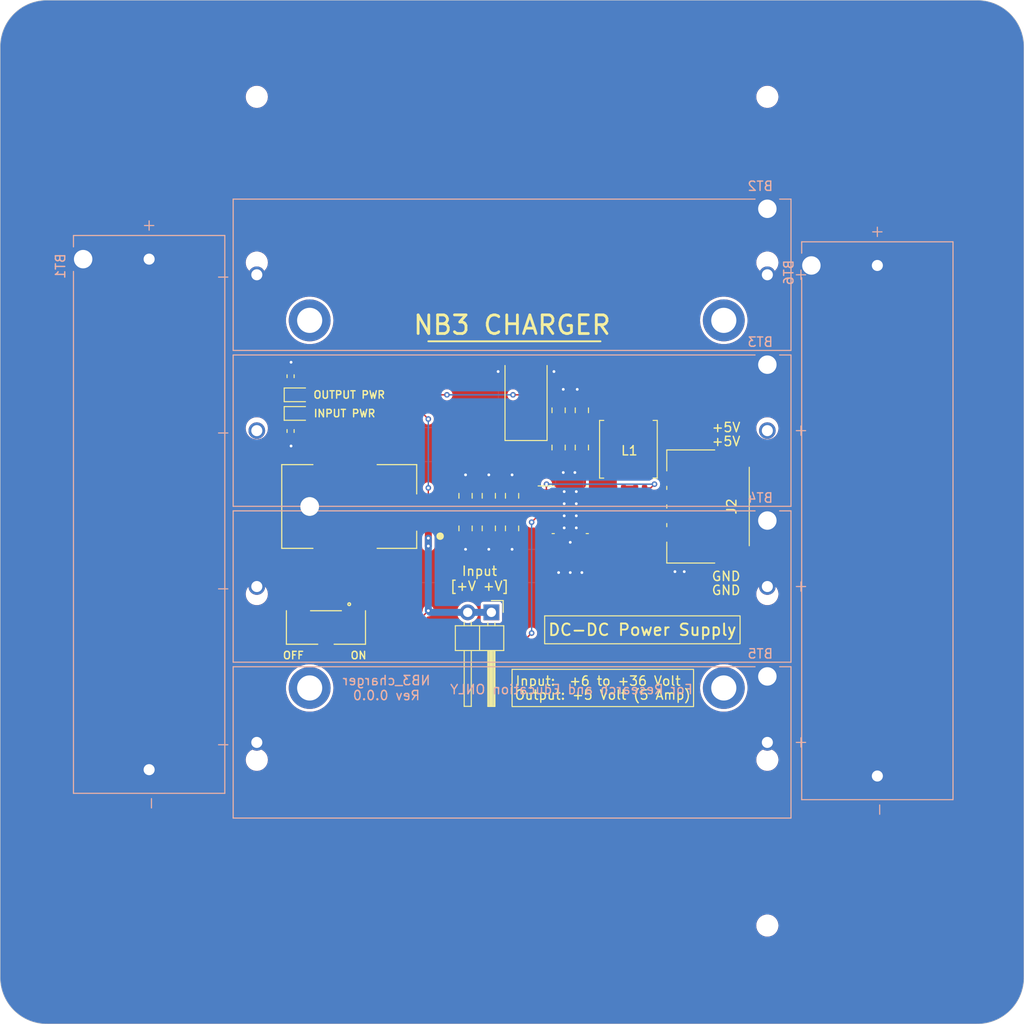
<source format=kicad_pcb>
(kicad_pcb (version 20240108) (generator "pcbnew") (generator_version "8.0")
  (title_block (title "NB3 Charger PCB") (date "2025-01-20") (rev "0.0.0") (company "Voight-Kampff"))
  (layers (0 "F.Cu" signal) (31 "B.Cu" power) (34 "B.Paste" user) (35 "F.Paste" user) (36 "B.SilkS" user "B.Silkscreen") (37 "F.SilkS" user "F.Silkscreen") (38 "B.Mask" user) (39 "F.Mask" user) (44 "Edge.Cuts" user))
  (net 0 "")
  (net 1 "GND")
  (net 2 "Net-(C7-Pad1)")
  (net 3 "+5V")
  (net 4 "Net-(C10-Pad1)")
  (net 5 "+12V")
  (net 6 "Net-(U1-BST)")
  (net 7 "Net-(U1-SS)")
  (net 8 "Net-(U1-COMP)")
  (net 9 "Net-(U1-FB)")
  (net 10 "Net-(D1-K)")
  (net 11 "Net-(D2-K)")
  (net 12 "Net-(U1-SW)")
  (net 13 "Net-(SW1-B)")
  (net 14 "+BATT")
  (net 15 "Net-(BT1-PadN)")
  (net 16 "Net-(BT2-PadN)")
  (net 17 "Net-(BT3-PadN)")
  (net 18 "Net-(BT4-PadN)")
  (net 19 "Net-(BT5-PadN)")
  (footprint "MountingHole:MountingHole_2.7mm_M2.5_ISO7380_Pad" (layer "F.Cu") (at 163.25 94.15)
    (property "Reference" "H3" (hide yes))
    (property "Value" "MountingHole" (hide yes))
    (pad "" np_thru_hole circle (at 0 0) (size 4.5 4.5) (drill 2.7) (layers "F&B.Cu" "*.Mask"))
  )
  (footprint "Capacitor_SMD:C_0805_2012Metric" (layer "F.Cu") (at 192.5 68.3125 -90)
    (property "Reference" "C12" (hide yes))
    (property "Value" "10uF")
    (fp_line (start -0.258578 0.71) (end 0.258578 0.71) (stroke (width 0.12)) (layer "F.SilkS"))
    (fp_line (start -0.258578 -0.71) (end 0.258578 -0.71) (stroke (width 0.12)) (layer "F.SilkS"))
    (pad "1" smd roundrect (at -0.9375 0 270) (size 0.975 1.4) (layers "F.Cu" "F.Paste" "F.Mask") (net 3 "+5V"))
    (pad "2" smd roundrect (at 0.9375 0 270) (size 0.975 1.4) (layers "F.Cu" "F.Paste" "F.Mask") (net 1 "GND"))
  )
  (footprint "Resistor_SMD:R_0402_1005Metric" (layer "F.Cu") (at 196.5 72.65)
    (property "Reference" "R2" (hide yes))
    (property "Value" "10R")
    (pad "1" smd roundrect (at -0.485 0) (size 0.59 0.64) (layers "F.Cu" "F.Paste" "F.Mask") (net 12 "Net-(U1-SW)"))
    (pad "2" smd roundrect (at 0.485 0) (size 0.59 0.64) (layers "F.Cu" "F.Paste" "F.Mask") (net 2 "Net-(C7-Pad1)"))
  )
  (footprint "Resistor_SMD:R_0402_1005Metric" (layer "F.Cu") (at 161.2 60.65 90)
    (property "Reference" "R6" (hide yes))
    (property "Value" "1.6k")
    (fp_line (start -0.153641 -0.38) (end 0.153641 -0.38) (stroke (width 0.12)) (layer "F.SilkS"))
    (fp_line (start -0.153641 0.38) (end 0.153641 0.38) (stroke (width 0.12)) (layer "F.SilkS"))
    (pad "1" smd roundrect (at -0.51 0 90) (size 0.54 0.64) (layers "F.Cu" "F.Paste" "F.Mask") (net 11 "Net-(D2-K)"))
    (pad "2" smd roundrect (at 0.51 0 90) (size 0.54 0.64) (layers "F.Cu" "F.Paste" "F.Mask") (net 1 "GND"))
  )
  (footprint "Capacitor_SMD:C_0805_2012Metric" (layer "F.Cu") (at 185 73.5 90)
    (property "Reference" "C6" (hide yes))
    (property "Value" "10uF 35v")
    (fp_line (start -0.258578 -0.71) (end 0.258578 -0.71) (stroke (width 0.12)) (layer "F.SilkS"))
    (fp_line (start -0.258578 0.71) (end 0.258578 0.71) (stroke (width 0.12)) (layer "F.SilkS"))
    (pad "1" smd roundrect (at -0.9375 0 90) (size 0.975 1.4) (layers "F.Cu" "F.Paste" "F.Mask") (net 5 "+12V"))
    (pad "2" smd roundrect (at 0.9375 0 90) (size 0.975 1.4) (layers "F.Cu" "F.Paste" "F.Mask") (net 1 "GND"))
  )
  (footprint "LED_SMD:LED_0603_1608Metric" (layer "F.Cu") (at 162 62.65)
    (property "Reference" "D2" (hide yes))
    (property "Value" "LED (Red)")
    (fp_line (start -1.485 -0.735) (end -1.485 0.735) (stroke (width 0.12)) (layer "F.SilkS"))
    (fp_line (start -1.485 0.735) (end 0.8 0.735) (stroke (width 0.12)) (layer "F.SilkS"))
    (fp_line (start 0.8 -0.735) (end -1.485 -0.735) (stroke (width 0.12)) (layer "F.SilkS"))
    (pad "1" smd roundrect (at -0.7875 0) (size 0.875 0.95) (layers "F.Cu" "F.Paste" "F.Mask") (net 11 "Net-(D2-K)"))
    (pad "2" smd roundrect (at 0.7875 0) (size 0.875 0.95) (layers "F.Cu" "F.Paste" "F.Mask") (net 3 "+5V"))
  )
  (footprint "Capacitor_Tantalum_SMD:CP_EIA-7343-31_Kemet-D" (layer "F.Cu") (at 186.5 63.15 90)
    (property "Reference" "C16" (hide yes))
    (property "Value" "100uF")
    (fp_line (start 3.65 -2.26) (end -4.41 -2.26) (stroke (width 0.12)) (layer "F.SilkS"))
    (fp_line (start -4.41 -2.26) (end -4.41 2.26) (stroke (width 0.12)) (layer "F.SilkS"))
    (fp_line (start -4.41 2.26) (end 3.65 2.26) (stroke (width 0.12)) (layer "F.SilkS"))
    (pad "1" smd roundrect (at -3.1125 0 90) (size 2.075 2.55) (layers "F.Cu" "F.Paste" "F.Mask") (roundrect_rratio 0.1204819277) (net 3 "+5V"))
    (pad "2" smd roundrect (at 3.1125 0 90) (size 2.075 2.55) (layers "F.Cu" "F.Paste" "F.Mask") (roundrect_rratio 0.1204819277) (net 1 "GND"))
  )
  (footprint "MountingHole:MountingHole_2.7mm_M2.5_ISO7380_Pad" (layer "F.Cu") (at 207.75 54.65)
    (property "Reference" "H2" (hide yes))
    (property "Value" "MountingHole" (hide yes))
    (pad "" np_thru_hole circle (at 0 0) (size 4.5 4.5) (drill 2.7) (layers "F&B.Cu" "*.Mask"))
  )
  (footprint "Capacitor_SMD:C_0805_2012Metric" (layer "F.Cu") (at 180 73.5 90)
    (property "Reference" "C4" (hide yes))
    (property "Value" "10uF 35v")
    (fp_line (start -0.258578 -0.71) (end 0.258578 -0.71) (stroke (width 0.12)) (layer "F.SilkS"))
    (fp_line (start -0.258578 0.71) (end 0.258578 0.71) (stroke (width 0.12)) (layer "F.SilkS"))
    (pad "1" smd roundrect (at -0.9375 0 90) (size 0.975 1.4) (layers "F.Cu" "F.Paste" "F.Mask") (net 5 "+12V"))
    (pad "2" smd roundrect (at 0.9375 0 90) (size 0.975 1.4) (layers "F.Cu" "F.Paste" "F.Mask") (net 1 "GND"))
  )
  (footprint "Capacitor_SMD:C_0805_2012Metric" (layer "F.Cu") (at 190 64.3125 90)
    (property "Reference" "C14" (hide yes))
    (property "Value" "10uF")
    (fp_line (start -0.258578 -0.71) (end 0.258578 -0.71) (stroke (width 0.12)) (layer "F.SilkS"))
    (fp_line (start -0.258578 0.71) (end 0.258578 0.71) (stroke (width 0.12)) (layer "F.SilkS"))
    (pad "1" smd roundrect (at -0.9375 0 90) (size 0.975 1.4) (layers "F.Cu" "F.Paste" "F.Mask") (net 3 "+5V"))
    (pad "2" smd roundrect (at 0.9375 0 90) (size 0.975 1.4) (layers "F.Cu" "F.Paste" "F.Mask") (net 1 "GND"))
  )
  (footprint "Resistor_SMD:R_0402_1005Metric" (layer "F.Cu") (at 198.25 76.05)
    (property "Reference" "R3" (hide yes))
    (property "Value" "20K 1%")
    (pad "1" smd roundrect (at -0.485 0) (size 0.59 0.64) (layers "F.Cu" "F.Paste" "F.Mask") (net 8 "Net-(U1-COMP)"))
    (pad "2" smd roundrect (at 0.485 0) (size 0.59 0.64) (layers "F.Cu" "F.Paste" "F.Mask") (net 4 "Net-(C10-Pad1)"))
  )
  (footprint "Resistor_SMD:R_0402_1005Metric" (layer "F.Cu") (at 161.2 66.54 -90)
    (property "Reference" "R1" (hide yes))
    (property "Value" "5.6k")
    (fp_line (start -0.153641 0.38) (end 0.153641 0.38) (stroke (width 0.12)) (layer "F.SilkS"))
    (fp_line (start -0.153641 -0.38) (end 0.153641 -0.38) (stroke (width 0.12)) (layer "F.SilkS"))
    (pad "1" smd roundrect (at -0.51 0 270) (size 0.54 0.64) (layers "F.Cu" "F.Paste" "F.Mask") (net 10 "Net-(D1-K)"))
    (pad "2" smd roundrect (at 0.51 0 270) (size 0.54 0.64) (layers "F.Cu" "F.Paste" "F.Mask") (net 1 "GND"))
  )
  (footprint "NB3_charger:Barrel_Jack_PJ-036AH-SMT-TR" (layer "F.Cu") (at 176 75.3)
    (property "Reference" "J1" (hide yes))
    (property "Value" "Barrel_Jack_PJ-036AH-SMT-TR" (hide yes))
    (fp_line (start -15.75 -5.15) (end -15.75 3.85) (stroke (width 0.127)) (layer "F.SilkS"))
    (fp_line (start -15.75 3.85) (end -12.4 3.85) (stroke (width 0.127)) (layer "F.SilkS"))
    (fp_line (start -12.4 -5.15) (end -15.75 -5.15) (stroke (width 0.127)) (layer "F.SilkS"))
    (fp_line (start -5.5 3.85) (end -1.25 3.85) (stroke (width 0.127)) (layer "F.SilkS"))
    (fp_line (start -1.25 -5.15) (end -5.5 -5.15) (stroke (width 0.127)) (layer "F.SilkS"))
    (fp_line (start -1.25 -2) (end -1.25 -5.15) (stroke (width 0.127)) (layer "F.SilkS"))
    (fp_line (start -1.25 3.85) (end -1.25 2) (stroke (width 0.127)) (layer "F.SilkS"))
    (fp_circle (center 1.27 2.54) (end 1.47 2.54) (stroke (width 0.4)) (fill none) (layer "F.SilkS"))
    (pad "" np_thru_hole circle (at -12.75 -0.65) (size 2 2) (drill 2) (layers "*.Cu" "*.Mask" "F.SilkS"))
    (pad "1" smd rect (at 0 0 90) (size 3.3 4.4) (layers "F.Cu" "F.Paste" "F.Mask") (net 5 "+12V"))
    (pad "2" smd rect (at -8.95 -7.1 180) (size 6.2 3.9) (layers "F.Cu" "F.Paste" "F.Mask") (net 1 "GND"))
    (pad "3" smd rect (at -8.95 5.8) (size 6.2 3.9) (layers "F.Cu" "F.Paste" "F.Mask") (net 1 "GND"))
  )
  (footprint "NB3_charger:Switch_SPDT_SMD_Slide_JS102011JCQN" (layer "F.Cu") (at 165 87.65 180)
    (property "Reference" "SW1" (hide yes))
    (property "Value" "SW_SPDT" (hide yes))
    (fp_line (start 4.25 -1.8) (end 4.25 1.8) (stroke (width 0.127)) (layer "F.SilkS"))
    (fp_line (start 1.66 1.8) (end -1.66 1.8) (stroke (width 0.127)) (layer "F.SilkS"))
    (fp_line (start 0.88 -1.8) (end 4.25 -1.8) (stroke (width 0.127)) (layer "F.SilkS"))
    (fp_line (start -4.25 1.8) (end -4.25 -1.8) (stroke (width 0.127)) (layer "F.SilkS"))
    (fp_line (start -4.25 -1.8) (end -0.88 -1.8) (stroke (width 0.127)) (layer "F.SilkS"))
    (fp_circle (center -2.5 2.5) (end -2.358581 2.5) (stroke (width 0.1524)) (fill none) (layer "F.SilkS"))
    (pad "1" smd rect (at -2.5 1.2 180) (size 1 1.6) (layers "F.Cu" "F.Paste" "F.Mask") (net 5 "+12V"))
    (pad "2" smd rect (at 0 -1.2 180) (size 1 1.6) (layers "F.Cu" "F.Paste" "F.Mask") (net 13 "Net-(SW1-B)"))
    (pad "3" smd rect (at 2.5 1.2 180) (size 1 1.6) (layers "F.Cu" "F.Paste" "F.Mask") (net 1 "GND"))
  )
  (footprint "Capacitor_SMD:C_0402_1005Metric" (layer "F.Cu") (at 198.25 74.95 180)
    (property "Reference" "C10" (hide yes))
    (property "Value" "1.2nF")
    (pad "1" smd roundrect (at -0.485 0 180) (size 0.59 0.64) (layers "F.Cu" "F.Paste" "F.Mask") (net 4 "Net-(C10-Pad1)"))
    (pad "2" smd roundrect (at 0.485 0 180) (size 0.59 0.64) (layers "F.Cu" "F.Paste" "F.Mask") (net 1 "GND"))
  )
  (footprint "Capacitor_SMD:C_0805_2012Metric" (layer "F.Cu") (at 180 77 -90)
    (property "Reference" "C3" (hide yes))
    (property "Value" "10uF 35v")
    (fp_line (start -0.258578 0.71) (end 0.258578 0.71) (stroke (width 0.12)) (layer "F.SilkS"))
    (fp_line (start -0.258578 -0.71) (end 0.258578 -0.71) (stroke (width 0.12)) (layer "F.SilkS"))
    (pad "1" smd roundrect (at -0.9375 0 270) (size 0.975 1.4) (layers "F.Cu" "F.Paste" "F.Mask") (net 5 "+12V"))
    (pad "2" smd roundrect (at 0.9375 0 270) (size 0.975 1.4) (layers "F.Cu" "F.Paste" "F.Mask") (net 1 "GND"))
  )
  (footprint "MountingHole:MountingHole_2.7mm_M2.5_ISO7380_Pad" (layer "F.Cu") (at 207.75 94.15)
    (property "Reference" "H4" (hide yes))
    (property "Value" "MountingHole" (hide yes))
    (pad "" np_thru_hole circle (at 0 0) (size 4.5 4.5) (drill 2.7) (layers "F&B.Cu" "*.Mask"))
  )
  (footprint "Connector_PinHeader_2.54mm:PinHeader_1x02_P2.54mm_Horizontal" (layer "F.Cu") (at 182.775 86.025 -90)
    (property "Reference" "J3" (hide yes))
    (property "Value" "Conn_01x02_Pin")
    (fp_line (start 1.44 3.87) (end 4.1 3.87) (stroke (width 0.12)) (layer "F.SilkS"))
    (fp_line (start 4.1 3.87) (end 4.1 -1.33) (stroke (width 0.12)) (layer "F.SilkS"))
    (fp_line (start 1.042929 2.92) (end 1.44 2.92) (stroke (width 0.12)) (layer "F.SilkS"))
    (fp_line (start 10.1 2.92) (end 4.1 2.92) (stroke (width 0.12)) (layer "F.SilkS"))
    (fp_line (start 1.042929 2.16) (end 1.44 2.16) (stroke (width 0.12)) (layer "F.SilkS"))
    (fp_line (start 4.1 2.16) (end 10.1 2.16) (stroke (width 0.12)) (layer "F.SilkS"))
    (fp_line (start 10.1 2.16) (end 10.1 2.92) (stroke (width 0.12)) (layer "F.SilkS"))
    (fp_line (start 1.44 1.27) (end 4.1 1.27) (stroke (width 0.12)) (layer "F.SilkS"))
    (fp_line (start 1.11 0.38) (end 1.44 0.38) (stroke (width 0.12)) (layer "F.SilkS"))
    (fp_line (start 10.1 0.38) (end 4.1 0.38) (stroke (width 0.12)) (layer "F.SilkS"))
    (fp_line (start 4.1 0.28) (end 10.1 0.28) (stroke (width 0.12)) (layer "F.SilkS"))
    (fp_line (start 4.1 0.16) (end 10.1 0.16) (stroke (width 0.12)) (layer "F.SilkS"))
    (fp_line (start 4.1 0.04) (end 10.1 0.04) (stroke (width 0.12)) (layer "F.SilkS"))
    (fp_line (start -1.27 0) (end -1.27 -1.27) (stroke (width 0.12)) (layer "F.SilkS"))
    (fp_line (start 4.1 -0.08) (end 10.1 -0.08) (stroke (width 0.12)) (layer "F.SilkS"))
    (fp_line (start 4.1 -0.2) (end 10.1 -0.2) (stroke (width 0.12)) (layer "F.SilkS"))
    (fp_line (start 4.1 -0.32) (end 10.1 -0.32) (stroke (width 0.12)) (layer "F.SilkS"))
    (fp_line (start 1.11 -0.38) (end 1.44 -0.38) (stroke (width 0.12)) (layer "F.SilkS"))
    (fp_line (start 4.1 -0.38) (end 10.1 -0.38) (stroke (width 0.12)) (layer "F.SilkS"))
    (fp_line (start 10.1 -0.38) (end 10.1 0.38) (stroke (width 0.12)) (layer "F.SilkS"))
    (fp_line (start -1.27 -1.27) (end 0 -1.27) (stroke (width 0.12)) (layer "F.SilkS"))
    (fp_line (start 1.44 -1.33) (end 1.44 3.87) (stroke (width 0.12)) (layer "F.SilkS"))
    (fp_line (start 4.1 -1.33) (end 1.44 -1.33) (stroke (width 0.12)) (layer "F.SilkS"))
    (pad "1" thru_hole rect (at 0 0 270) (size 1.7 1.7) (drill 1) (layers "*.Cu" "*.Mask") (net 5 "+12V"))
    (pad "2" thru_hole oval (at 0 2.54 270) (size 1.7 1.7) (drill 1) (layers "*.Cu" "*.Mask") (net 5 "+12V"))
  )
  (footprint "Capacitor_SMD:C_0805_2012Metric" (layer "F.Cu") (at 182.5 77 -90)
    (property "Reference" "C1" (hide yes))
    (property "Value" "10uF 35v")
    (fp_line (start -0.258578 0.71) (end 0.258578 0.71) (stroke (width 0.12)) (layer "F.SilkS"))
    (fp_line (start -0.258578 -0.71) (end 0.258578 -0.71) (stroke (width 0.12)) (layer "F.SilkS"))
    (pad "1" smd roundrect (at -0.9375 0 270) (size 0.975 1.4) (layers "F.Cu" "F.Paste" "F.Mask") (net 5 "+12V"))
    (pad "2" smd roundrect (at 0.9375 0 270) (size 0.975 1.4) (layers "F.Cu" "F.Paste" "F.Mask") (net 1 "GND"))
  )
  (footprint "Capacitor_SMD:C_0805_2012Metric" (layer "F.Cu") (at 192.5 64.3125 90)
    (property "Reference" "C15" (hide yes))
    (property "Value" "10uF")
    (fp_line (start -0.258578 -0.71) (end 0.258578 -0.71) (stroke (width 0.12)) (layer "F.SilkS"))
    (fp_line (start -0.258578 0.71) (end 0.258578 0.71) (stroke (width 0.12)) (layer "F.SilkS"))
    (pad "1" smd roundrect (at -0.9375 0 90) (size 0.975 1.4) (layers "F.Cu" "F.Paste" "F.Mask") (net 3 "+5V"))
    (pad "2" smd roundrect (at 0.9375 0 90) (size 0.975 1.4) (layers "F.Cu" "F.Paste" "F.Mask") (net 1 "GND"))
  )
  (footprint "LED_SMD:LED_0603_1608Metric" (layer "F.Cu") (at 162 64.65)
    (property "Reference" "D1" (hide yes))
    (property "Value" "LED (Green)")
    (fp_line (start -1.485 -0.735) (end -1.485 0.735) (stroke (width 0.12)) (layer "F.SilkS"))
    (fp_line (start -1.485 0.735) (end 0.8 0.735) (stroke (width 0.12)) (layer "F.SilkS"))
    (fp_line (start 0.8 -0.735) (end -1.485 -0.735) (stroke (width 0.12)) (layer "F.SilkS"))
    (pad "1" smd roundrect (at -0.7875 0) (size 0.875 0.95) (layers "F.Cu" "F.Paste" "F.Mask") (net 10 "Net-(D1-K)"))
    (pad "2" smd roundrect (at 0.7875 0) (size 0.875 0.95) (layers "F.Cu" "F.Paste" "F.Mask") (net 5 "+12V"))
  )
  (footprint "Capacitor_SMD:C_0805_2012Metric" (layer "F.Cu") (at 182.5 73.5 90)
    (property "Reference" "C5" (hide yes))
    (property "Value" "10uF 35v")
    (fp_line (start -0.258578 -0.71) (end 0.258578 -0.71) (stroke (width 0.12)) (layer "F.SilkS"))
    (fp_line (start -0.258578 0.71) (end 0.258578 0.71) (stroke (width 0.12)) (layer "F.SilkS"))
    (pad "1" smd roundrect (at -0.9375 0 90) (size 0.975 1.4) (layers "F.Cu" "F.Paste" "F.Mask") (net 5 "+12V"))
    (pad "2" smd roundrect (at 0.9375 0 90) (size 0.975 1.4) (layers "F.Cu" "F.Paste" "F.Mask") (net 1 "GND"))
  )
  (footprint "Capacitor_SMD:C_0402_1005Metric" (layer "F.Cu") (at 196 75 90)
    (property "Reference" "C9" (hide yes))
    (property "Value" "1nF")
    (pad "1" smd roundrect (at -0.485 0 90) (size 0.59 0.64) (layers "F.Cu" "F.Paste" "F.Mask") (net 8 "Net-(U1-COMP)"))
    (pad "2" smd roundrect (at 0.485 0 90) (size 0.59 0.64) (layers "F.Cu" "F.Paste" "F.Mask") (net 1 "GND"))
  )
  (footprint "MountingHole:MountingHole_2.7mm_M2.5_ISO7380_Pad" (layer "F.Cu") (at 163.25 54.65)
    (property "Reference" "H1" (hide yes))
    (property "Value" "MountingHole" (hide yes))
    (pad "" np_thru_hole circle (at 0 0) (size 4.5 4.5) (drill 2.7) (layers "F&B.Cu" "*.Mask"))
  )
  (footprint "Capacitor_SMD:C_0402_1005Metric" (layer "F.Cu") (at 198.75 72.65)
    (property "Reference" "C7" (hide yes))
    (property "Value" "100nF")
    (pad "1" smd roundrect (at -0.485 0) (size 0.59 0.64) (layers "F.Cu" "F.Paste" "F.Mask") (net 2 "Net-(C7-Pad1)"))
    (pad "2" smd roundrect (at 0.485 0) (size 0.59 0.64) (layers "F.Cu" "F.Paste" "F.Mask") (net 6 "Net-(U1-BST)"))
  )
  (footprint "Resistor_SMD:R_0402_1005Metric" (layer "F.Cu") (at 196.5 77.15 180)
    (property "Reference" "R4" (hide yes))
    (property "Value" "12K 1%")
    (pad "1" smd roundrect (at -0.485 0 180) (size 0.59 0.64) (layers "F.Cu" "F.Paste" "F.Mask") (net 3 "+5V"))
    (pad "2" smd roundrect (at 0.485 0 180) (size 0.59 0.64) (layers "F.Cu" "F.Paste" "F.Mask") (net 9 "Net-(U1-FB)"))
  )
  (footprint "Capacitor_SMD:C_0805_2012Metric" (layer "F.Cu") (at 190 68.3125 -90)
    (property "Reference" "C13" (hide yes))
    (property "Value" "10uF")
    (fp_line (start -0.258578 0.71) (end 0.258578 0.71) (stroke (width 0.12)) (layer "F.SilkS"))
    (fp_line (start -0.258578 -0.71) (end 0.258578 -0.71) (stroke (width 0.12)) (layer "F.SilkS"))
    (pad "1" smd roundrect (at -0.9375 0 270) (size 0.975 1.4) (layers "F.Cu" "F.Paste" "F.Mask") (net 3 "+5V"))
    (pad "2" smd roundrect (at 0.9375 0 270) (size 0.975 1.4) (layers "F.Cu" "F.Paste" "F.Mask") (net 1 "GND"))
  )
  (footprint "Capacitor_SMD:C_0805_2012Metric" (layer "F.Cu") (at 185 77 -90)
    (property "Reference" "C2" (hide yes))
    (property "Value" "10uF 35v")
    (fp_line (start -0.258578 0.71) (end 0.258578 0.71) (stroke (width 0.12)) (layer "F.SilkS"))
    (fp_line (start -0.258578 -0.71) (end 0.258578 -0.71) (stroke (width 0.12)) (layer "F.SilkS"))
    (pad "1" smd roundrect (at -0.9375 0 270) (size 0.975 1.4) (layers "F.Cu" "F.Paste" "F.Mask") (net 5 "+12V"))
    (pad "2" smd roundrect (at 0.9375 0 270) (size 0.975 1.4) (layers "F.Cu" "F.Paste" "F.Mask") (net 1 "GND"))
  )
  (footprint "Capacitor_SMD:C_0402_1005Metric" (layer "F.Cu") (at 196.5 78.25 180)
    (property "Reference" "C11" (hide yes))
    (property "Value" "1nF")
    (pad "1" smd roundrect (at -0.485 0 180) (size 0.59 0.64) (layers "F.Cu" "F.Paste" "F.Mask") (net 3 "+5V"))
    (pad "2" smd roundrect (at 0.485 0 180) (size 0.59 0.64) (layers "F.Cu" "F.Paste" "F.Mask") (net 9 "Net-(U1-FB)"))
  )
  (footprint "Inductor_SMD:L_Bourns_SRN6045TA" (layer "F.Cu") (at 197.5 68.5 90)
    (property "Reference" "L1" (at -0.15 0.1 180) (layer "F.SilkS"))
    (property "Value" "SRN6045TA-2R2Y" (hide yes))
    (fp_line (start 3.1 -3.1) (end 3.1 -2.65) (stroke (width 0.12)) (layer "F.SilkS"))
    (fp_line (start -3.1 -3.1) (end 3.1 -3.1) (stroke (width 0.12)) (layer "F.SilkS"))
    (fp_line (start -3.1 -3.1) (end -3.1 -2.65) (stroke (width 0.12)) (layer "F.SilkS"))
    (fp_line (start 3.1 3.1) (end 3.1 2.65) (stroke (width 0.12)) (layer "F.SilkS"))
    (fp_line (start 3.1 3.1) (end -3.1 3.1) (stroke (width 0.12)) (layer "F.SilkS"))
    (fp_line (start -3.1 3.1) (end -3.1 2.65) (stroke (width 0.12)) (layer "F.SilkS"))
    (pad "1" smd rect (at -2.075 0 90) (size 2.35 5.1) (layers "F.Cu" "F.Paste" "F.Mask") (net 12 "Net-(U1-SW)"))
    (pad "2" smd rect (at 2.075 0 90) (size 2.35 5.1) (layers "F.Cu" "F.Paste" "F.Mask") (net 3 "+5V"))
  )
  (footprint "Capacitor_SMD:C_0402_1005Metric" (layer "F.Cu") (at 189.5 78.45)
    (property "Reference" "C8" (hide yes))
    (property "Value" "100nF")
    (pad "1" smd roundrect (at -0.485 0) (size 0.59 0.64) (layers "F.Cu" "F.Paste" "F.Mask") (net 7 "Net-(U1-SS)"))
    (pad "2" smd roundrect (at 0.485 0) (size 0.59 0.64) (layers "F.Cu" "F.Paste" "F.Mask") (net 1 "GND"))
  )
  (footprint "Resistor_SMD:R_0402_1005Metric" (layer "F.Cu") (at 193 78.45 180)
    (property "Reference" "R5" (hide yes))
    (property "Value" "2.2K 1%")
    (pad "1" smd roundrect (at -0.485 0 180) (size 0.59 0.64) (layers "F.Cu" "F.Paste" "F.Mask") (net 9 "Net-(U1-FB)"))
    (pad "2" smd roundrect (at 0.485 0 180) (size 0.59 0.64) (layers "F.Cu" "F.Paste" "F.Mask") (net 1 "GND"))
  )
  (footprint "NB3_charger:Connector_S4B-PH-SM4-TB(LF)(SN)" (layer "F.Cu") (at 206.055299 74.65 -90)
    (property "Reference" "J2" (at 0.000001 -2.54 90) (layer "F.SilkS"))
    (property "Value" "Connector_S4B-PH-SM4-TB(LF)(SN)" (hide yes))
    (fp_line (start -6.077 4.4323) (end -3.828038 4.4323) (stroke (width 0.12)) (layer "F.SilkS"))
    (fp_line (start -2.171958 4.4323) (end -1.828039 4.4323) (stroke (width 0.12)) (layer "F.SilkS"))
    (fp_line (start -0.171959 4.4323) (end 0.171962 4.4323) (stroke (width 0.12)) (layer "F.SilkS"))
    (fp_line (start 1.828042 4.4323) (end 2.17196 4.4323) (stroke (width 0.12)) (layer "F.SilkS"))
    (fp_line (start 3.82804 4.4323) (end 6.077002 4.4323) (stroke (width 0.12)) (layer "F.SilkS"))
    (fp_line (start 6.077002 4.4323) (end 6.077002 -0.719961) (stroke (width 0.12)) (layer "F.SilkS"))
    (fp_line (start -6.077 -0.719961) (end -6.077 4.4323) (stroke (width 0.12)) (layer "F.SilkS"))
    (fp_line (start 4.217161 -4.4323) (end -4.217158 -4.4323) (stroke (width 0.12)) (layer "F.SilkS"))
    (pad "1" smd rect (at 3 2.944701 270) (size 0.9906 3.5052) (layers "F.Cu" "F.Paste" "F.Mask") (net 1 "GND"))
    (pad "2" smd rect (at 1.000002 2.944701 270) (size 0.9906 3.5052) (layers "F.Cu" "F.Paste" "F.Mask") (net 1 "GND"))
    (pad "3" smd rect (at -0.999999 2.944701 270) (size 0.9906 3.5052) (layers "F.Cu" "F.Paste" "F.Mask") (net 3 "+5V"))
    (pad "4" smd rect (at -2.999998 2.944701 270) (size 0.9906 3.5052) (layers "F.Cu" "F.Paste" "F.Mask") (net 3 "+5V"))
    (pad "5" smd rect (at -5.349998 -2.805301) (size 3.5052 1.6002) (layers "F.Cu" "F.Paste" "F.Mask"))
    (pad "6" smd rect (at 5.350001 -2.805301) (size 3.5052 1.6002) (layers "F.Cu" "F.Paste" "F.Mask"))
  )
  (footprint "NB3_charger:Voltage_Regulator_AP64501" (layer "F.Cu") (at 191.25 75)
    (property "Reference" "U1" (hide yes))
    (property "Value" "Voltage_Regulator_AP64501" (hide yes))
    (fp_line (start -1.710584 -2.56) (end -3.45 -2.56) (stroke (width 0.12)) (layer "F.SilkS"))
    (fp_line (start -1.710584 2.56) (end -1.95 2.56) (stroke (width 0.12)) (layer "F.SilkS"))
    (fp_line (start 1.710584 -2.56) (end 1.95 -2.56) (stroke (width 0.12)) (layer "F.SilkS"))
    (fp_line (start 1.710584 2.56) (end 1.95 2.56) (stroke (width 0.12)) (layer "F.SilkS"))
    (pad "1" smd roundrect (at -2.5625 -1.905) (size 1.775 0.6) (layers "F.Cu" "F.Paste" "F.Mask") (net 6 "Net-(U1-BST)"))
    (pad "2" smd roundrect (at -2.5625 -0.635) (size 1.775 0.6) (layers "F.Cu" "F.Paste" "F.Mask") (net 5 "+12V"))
    (pad "3" smd roundrect (at -2.5625 0.635) (size 1.775 0.6) (layers "F.Cu" "F.Paste" "F.Mask") (net 13 "Net-(SW1-B)"))
    (pad "4" smd roundrect (at -2.5625 1.905) (size 1.775 0.6) (layers "F.Cu" "F.Paste" "F.Mask") (net 7 "Net-(U1-SS)"))
    (pad "5" smd roundrect (at 2.5625 1.905) (size 1.775 0.6) (layers "F.Cu" "F.Paste" "F.Mask") (net 9 "Net-(U1-FB)"))
    (pad "6" smd roundrect (at 2.5625 0.635) (size 1.775 0.6) (layers "F.Cu" "F.Paste" "F.Mask") (net 8 "Net-(U1-COMP)"))
    (pad "7" smd roundrect (at 2.5625 -0.635) (size 1.775 0.6) (layers "F.Cu" "F.Paste" "F.Mask") (net 1 "GND"))
    (pad "8" smd roundrect (at 2.5625 -1.905) (size 1.775 0.6) (layers "F.Cu" "F.Paste" "F.Mask") (net 12 "Net-(U1-SW)"))
    (pad "9" thru_hole circle (at -0.65 -1.95) (size 0.5 0.5) (drill 0.3) (layers "*.Cu") (net 1 "GND"))
    (pad "9" thru_hole circle (at -0.65 -0.65) (size 0.5 0.5) (drill 0.3) (layers "*.Cu") (net 1 "GND"))
    (pad "9" thru_hole circle (at -0.65 0.65 270) (size 0.5 0.5) (drill 0.3) (layers "*.Cu") (net 1 "GND"))
    (pad "9" thru_hole circle (at -0.65 1.95) (size 0.5 0.5) (drill 0.3) (layers "*.Cu") (net 1 "GND"))
    (pad "9" smd rect (at 0 0) (size 1.8 4.4) (layers "B.Cu" "B.Mask") (net 1 "GND"))
    (pad "9" smd rect (at 0 0) (size 2.95 4.9) (layers "F.Cu") (net 1 "GND"))
    (pad "9" thru_hole circle (at 0.65 -1.95) (size 0.5 0.5) (drill 0.3) (layers "*.Cu") (net 1 "GND"))
    (pad "9" thru_hole circle (at 0.65 -0.65) (size 0.5 0.5) (drill 0.3) (layers "*.Cu") (net 1 "GND"))
    (pad "9" thru_hole circle (at 0.65 0.65) (size 0.5 0.5) (drill 0.3) (layers "*.Cu") (net 1 "GND"))
    (pad "9" thru_hole circle (at 0.65 1.95) (size 0.5 0.5) (drill 0.3) (layers "*.Cu") (net 1 "GND"))
  )
  (footprint "NB3_charger:AA_Battery_Holder_1028" (layer "B.Cu") (at 224.25 76.18 -90)
    (property "Reference" "BT6" (at -26.67 9.525 90) (layer "B.SilkS") (effects (justify mirror)))
    (property "Value" "1028")
    (fp_line (start -29.97 8.13) (end -29.97 -8.13) (stroke (width 0.127)) (layer "B.SilkS"))
    (fp_line (start -28.75 8.13) (end -29.97 8.13) (stroke (width 0.127)) (layer "B.SilkS"))
    (fp_line (start 29.97 8.13) (end -26.11 8.13) (stroke (width 0.127)) (layer "B.SilkS"))
    (fp_line (start -31.542 0) (end -30.542 0) (stroke (width 0.127)) (layer "B.SilkS"))
    (fp_line (start 31.542 -0.25) (end 30.542 -0.25) (stroke (width 0.127)) (layer "B.SilkS"))
    (fp_line (start -31.042 -0.5) (end -31.042 0.5) (stroke (width 0.127)) (layer "B.SilkS"))
    (fp_line (start -29.97 -8.13) (end 29.97 -8.13) (stroke (width 0.127)) (layer "B.SilkS"))
    (fp_line (start 29.97 -8.13) (end 29.97 8.13) (stroke (width 0.127)) (layer "B.SilkS"))
    (pad "" np_thru_hole circle (at -27.43 7.09 270) (size 1.98 1.98) (drill 1.98) (layers "*.Cu" "*.Mask"))
    (pad "N" thru_hole circle (at 27.43 0 270) (size 1.785 1.785) (drill 1.19) (layers "*.Cu" "*.Mask") (net 1 "GND"))
    (pad "P" thru_hole circle (at -27.43 0 270) (size 1.785 1.785) (drill 1.19) (layers "*.Cu" "*.Mask") (net 19 "Net-(BT5-PadN)"))
  )
  (footprint "NB3_charger:AA_Battery_Holder_1028" (layer "B.Cu") (at 185 49.75 180)
    (property "Reference" "BT2" (at -26.67 9.525 0) (layer "B.SilkS") (effects (justify mirror)))
    (property "Value" "1028")
    (fp_line (start 31.542 -0.25) (end 30.542 -0.25) (stroke (width 0.127)) (layer "B.SilkS"))
    (fp_line (start 29.97 8.13) (end -26.11 8.13) (stroke (width 0.127)) (layer "B.SilkS"))
    (fp_line (start 29.97 -8.13) (end 29.97 8.13) (stroke (width 0.127)) (layer "B.SilkS"))
    (fp_line (start -28.75 8.13) (end -29.97 8.13) (stroke (width 0.127)) (layer "B.SilkS"))
    (fp_line (start -29.97 8.13) (end -29.97 -8.13) (stroke (width 0.127)) (layer "B.SilkS"))
    (fp_line (start -29.97 -8.13) (end 29.97 -8.13) (stroke (width 0.127)) (layer "B.SilkS"))
    (fp_line (start -31.042 -0.5) (end -31.042 0.5) (stroke (width 0.127)) (layer "B.SilkS"))
    (fp_line (start -31.542 0) (end -30.542 0) (stroke (width 0.127)) (layer "B.SilkS"))
    (pad "" np_thru_hole circle (at -27.43 7.09 180) (size 1.98 1.98) (drill 1.98) (layers "*.Cu" "*.Mask"))
    (pad "N" thru_hole circle (at 27.43 0 180) (size 1.785 1.785) (drill 1.19) (layers "*.Cu" "*.Mask") (net 16 "Net-(BT2-PadN)"))
    (pad "P" thru_hole circle (at -27.43 0 180) (size 1.785 1.785) (drill 1.19) (layers "*.Cu" "*.Mask") (net 15 "Net-(BT1-PadN)"))
  )
  (footprint "NB3_charger:AA_Battery_Holder_1028" (layer "B.Cu") (at 185 83.25 180)
    (property "Reference" "BT4" (at -26.67 9.525 0) (layer "B.SilkS") (effects (justify mirror)))
    (property "Value" "1028")
    (fp_line (start 31.542 -0.25) (end 30.542 -0.25) (stroke (width 0.127)) (layer "B.SilkS"))
    (fp_line (start 29.97 8.13) (end -26.11 8.13) (stroke (width 0.127)) (layer "B.SilkS"))
    (fp_line (start 29.97 -8.13) (end 29.97 8.13) (stroke (width 0.127)) (layer "B.SilkS"))
    (fp_line (start -28.75 8.13) (end -29.97 8.13) (stroke (width 0.127)) (layer "B.SilkS"))
    (fp_line (start -29.97 8.13) (end -29.97 -8.13) (stroke (width 0.127)) (layer "B.SilkS"))
    (fp_line (start -29.97 -8.13) (end 29.97 -8.13) (stroke (width 0.127)) (layer "B.SilkS"))
    (fp_line (start -31.042 -0.5) (end -31.042 0.5) (stroke (width 0.127)) (layer "B.SilkS"))
    (fp_line (start -31.542 0) (end -30.542 0) (stroke (width 0.127)) (layer "B.SilkS"))
    (pad "" np_thru_hole circle (at -27.43 7.09 180) (size 1.98 1.98) (drill 1.98) (layers "*.Cu" "*.Mask"))
    (pad "N" thru_hole circle (at 27.43 0 180) (size 1.785 1.785) (drill 1.19) (layers "*.Cu" "*.Mask") (net 18 "Net-(BT4-PadN)"))
    (pad "P" thru_hole circle (at -27.43 0 180) (size 1.785 1.785) (drill 1.19) (layers "*.Cu" "*.Mask") (net 17 "Net-(BT3-PadN)"))
  )
  (footprint "NB3_charger:AA_Battery_Holder_1028" (layer "B.Cu") (at 185 100 180)
    (property "Reference" "BT5" (at -26.67 9.525 0) (layer "B.SilkS") (effects (justify mirror)))
    (property "Value" "1028")
    (fp_line (start 31.542 -0.25) (end 30.542 -0.25) (stroke (width 0.127)) (layer "B.SilkS"))
    (fp_line (start 29.97 8.13) (end -26.11 8.13) (stroke (width 0.127)) (layer "B.SilkS"))
    (fp_line (start 29.97 -8.13) (end 29.97 8.13) (stroke (width 0.127)) (layer "B.SilkS"))
    (fp_line (start -28.75 8.13) (end -29.97 8.13) (stroke (width 0.127)) (layer "B.SilkS"))
    (fp_line (start -29.97 8.13) (end -29.97 -8.13) (stroke (width 0.127)) (layer "B.SilkS"))
    (fp_line (start -29.97 -8.13) (end 29.97 -8.13) (stroke (width 0.127)) (layer "B.SilkS"))
    (fp_line (start -31.042 -0.5) (end -31.042 0.5) (stroke (width 0.127)) (layer "B.SilkS"))
    (fp_line (start -31.542 0) (end -30.542 0) (stroke (width 0.127)) (layer "B.SilkS"))
    (pad "" np_thru_hole circle (at -27.43 7.09 180) (size 1.98 1.98) (drill 1.98) (layers "*.Cu" "*.Mask"))
    (pad "N" thru_hole circle (at 27.43 0 180) (size 1.785 1.785) (drill 1.19) (layers "*.Cu" "*.Mask") (net 19 "Net-(BT5-PadN)"))
    (pad "P" thru_hole circle (at -27.43 0 180) (size 1.785 1.785) (drill 1.19) (layers "*.Cu" "*.Mask") (net 18 "Net-(BT4-PadN)"))
  )
  (footprint "NB3_charger:AA_Battery_Holder_1028" (layer "B.Cu") (at 146 75.5 -90)
    (property "Reference" "BT1" (at -26.67 9.525 90) (layer "B.SilkS") (effects (justify mirror)))
    (property "Value" "1028")
    (fp_line (start -29.97 8.13) (end -29.97 -8.13) (stroke (width 0.127)) (layer "B.SilkS"))
    (fp_line (start -28.75 8.13) (end -29.97 8.13) (stroke (width 0.127)) (layer "B.SilkS"))
    (fp_line (start 29.97 8.13) (end -26.11 8.13) (stroke (width 0.127)) (layer "B.SilkS"))
    (fp_line (start -31.542 0) (end -30.542 0) (stroke (width 0.127)) (layer "B.SilkS"))
    (fp_line (start 31.542 -0.25) (end 30.542 -0.25) (stroke (width 0.127)) (layer "B.SilkS"))
    (fp_line (start -31.042 -0.5) (end -31.042 0.5) (stroke (width 0.127)) (layer "B.SilkS"))
    (fp_line (start -29.97 -8.13) (end 29.97 -8.13) (stroke (width 0.127)) (layer "B.SilkS"))
    (fp_line (start 29.97 -8.13) (end 29.97 8.13) (stroke (width 0.127)) (layer "B.SilkS"))
    (pad "" np_thru_hole circle (at -27.43 7.09 270) (size 1.98 1.98) (drill 1.98) (layers "*.Cu" "*.Mask"))
    (pad "N" thru_hole circle (at 27.43 0 270) (size 1.785 1.785) (drill 1.19) (layers "*.Cu" "*.Mask") (net 15 "Net-(BT1-PadN)"))
    (pad "P" thru_hole circle (at -27.43 0 270) (size 1.785 1.785) (drill 1.19) (layers "*.Cu" "*.Mask") (net 14 "+BATT"))
  )
  (footprint "NB3_charger:AA_Battery_Holder_1028" (layer "B.Cu") (at 185 66.5 180)
    (property "Reference" "BT3" (at -26.67 9.525 0) (layer "B.SilkS") (effects (justify mirror)))
    (property "Value" "1028")
    (fp_line (start 31.542 -0.25) (end 30.542 -0.25) (stroke (width 0.127)) (layer "B.SilkS"))
    (fp_line (start 29.97 8.13) (end -26.11 8.13) (stroke (width 0.127)) (layer "B.SilkS"))
    (fp_line (start 29.97 -8.13) (end 29.97 8.13) (stroke (width 0.127)) (layer "B.SilkS"))
    (fp_line (start -28.75 8.13) (end -29.97 8.13) (stroke (width 0.127)) (layer "B.SilkS"))
    (fp_line (start -29.97 8.13) (end -29.97 -8.13) (stroke (width 0.127)) (layer "B.SilkS"))
    (fp_line (start -29.97 -8.13) (end 29.97 -8.13) (stroke (width 0.127)) (layer "B.SilkS"))
    (fp_line (start -31.042 -0.5) (end -31.042 0.5) (stroke (width 0.127)) (layer "B.SilkS"))
    (fp_line (start -31.542 0) (end -30.542 0) (stroke (width 0.127)) (layer "B.SilkS"))
    (pad "" np_thru_hole circle (at -27.43 7.09 180) (size 1.98 1.98) (drill 1.98) (layers "*.Cu" "*.Mask"))
    (pad "N" thru_hole circle (at 27.43 0 180) (size 1.785 1.785) (drill 1.19) (layers "*.Cu" "*.Mask") (net 17 "Net-(BT3-PadN)"))
    (pad "P" thru_hole circle (at -27.43 0 180) (size 1.785 1.785) (drill 1.19) (layers "*.Cu" "*.Mask") (net 16 "Net-(BT2-PadN)"))
  )
  (gr_line (start 176 56.9) (end 194.5 56.9) (stroke (width 0.2)) (layer "F.SilkS"))
  (gr_rect (start 185 92.15) (end 204.5 96.15) (stroke (width 0.12)) (fill none) (layer "F.SilkS"))
  (gr_rect (start 188.5 86.4) (end 209.5 89.4) (stroke (width 0.12)) (fill none) (layer "F.SilkS"))
  (gr_line (start 235 130.25) (end 135 130.25) (stroke (width 0.05)) (layer "Edge.Cuts"))
  (gr_arc (start 130 25.25) (mid 131.464466 21.714466) (end 135 20.25) (stroke (width 0.05)) (layer "Edge.Cuts"))
  (gr_arc (start 135 130.25) (mid 131.464466 128.785534) (end 130 125.25) (stroke (width 0.05)) (layer "Edge.Cuts"))
  (gr_line (start 130 125.25) (end 130 25.25) (stroke (width 0.05)) (layer "Edge.Cuts"))
  (gr_line (start 135 20.25) (end 235 20.25) (stroke (width 0.05)) (layer "Edge.Cuts"))
  (gr_arc (start 240 125.25) (mid 238.535534 128.785534) (end 235 130.25) (stroke (width 0.05)) (layer "Edge.Cuts"))
  (gr_arc (start 235 20.25) (mid 238.535534 21.714466) (end 240 25.25) (stroke (width 0.05)) (layer "Edge.Cuts"))
  (gr_line (start 240 25.25) (end 240 125.25) (stroke (width 0.05)) (layer "Edge.Cuts"))
  (gr_text "For Research and Education ONLY" (at 204.5 94.9 0) (layer "B.SilkS") (effects (font (size 1 1)) (justify left bottom mirror)))
  (gr_text "NB3_charger\nRev 0.0.0" (at 171.5 94.15 0) (layer "B.SilkS") (effects (font (size 1 1)) (justify mirror)))
  (gr_text "Input\n[+V +V]" (at 181.5 82.4 0) (layer "F.SilkS") (effects (font (size 1 1))))
  (gr_text "NB3 CHARGER" (at 185 55.15 0) (layer "F.SilkS") (effects (font (size 2 2) (thickness 0.3))))
  (gr_text "ON" (at 168.5 90.65 0) (layer "F.SilkS") (effects (font (size 0.8 0.8))))
  (gr_text "GND" (at 208 83.65 0) (layer "F.SilkS") (effects (font (size 1 1))))
  (gr_text "Input:  +6 to +36 Volt" (at 194.25 93.4 0) (layer "F.SilkS") (effects (font (size 1 1))))
  (gr_text "+5V" (at 208 66.15 0) (layer "F.SilkS") (effects (font (size 1 1))))
  (gr_text "+5V" (at 208 67.65 0) (layer "F.SilkS") (effects (font (size 1 1))))
  (gr_text "OUTPUT PWR" (at 167.5 62.65 0) (layer "F.SilkS") (effects (font (size 0.8 0.8))))
  (gr_text "INPUT PWR" (at 167 64.65 0) (layer "F.SilkS") (effects (font (size 0.8 0.8))))
  (gr_text "Output: +5 Volt (5 Amp)" (at 194.75 94.9 0) (layer "F.SilkS") (effects (font (size 1 1))))
  (gr_text "OFF" (at 161.5 90.65 0) (layer "F.SilkS") (effects (font (size 0.8 0.8))))
  (gr_text "DC-DC Power Supply" (at 199 87.9 0) (layer "F.SilkS") (effects (font (size 1.25 1.25) (thickness 0.2))))
  (gr_text "GND" (at 208 82.15 0) (layer "F.SilkS") (effects (font (size 1 1))))
  (segment (start 192.5 63.375) (end 190 63.375) (width 0.15) (layer "F.Cu") (net 1))
  (segment (start 193.8125 74.365) (end 195.215 74.365) (width 0.5) (layer "F.Cu") (net 1))
  (segment (start 190.5 75.75) (end 191.25 75) (width 0.15) (layer "F.Cu") (net 1))
  (segment (start 195.365 74.515) (end 196 74.515) (width 0.5) (layer "F.Cu") (net 1))
  (segment (start 191.915 74.365) (end 191.9 74.35) (width 0.15) (layer "F.Cu") (net 1))
  (segment (start 164.35 81.1) (end 162.5 82.95) (width 0.15) (layer "F.Cu") (net 1))
  (segment (start 196.465 74.515) (end 196.9 74.95) (width 0.5) (layer "F.Cu") (net 1))
  (segment (start 167.05 81.1) (end 164.35 81.1) (width 0.15) (layer "F.Cu") (net 1))
  (segment (start 196.9 74.95) (end 197.765 74.95) (width 0.5) (layer "F.Cu") (net 1))
  (segment (start 193.8125 74.365) (end 191.915 74.365) (width 0.5) (layer "F.Cu") (net 1))
  (segment (start 167.05 68.2) (end 167.05 81.1) (width 4) (layer "F.Cu") (net 1))
  (segment (start 162.5 82.95) (end 162.5 86.45) (width 0.15) (layer "F.Cu") (net 1))
  (segment (start 196 74.515) (end 196.465 74.515) (width 0.5) (layer "F.Cu") (net 1))
  (segment (start 165.9 67.05) (end 167.05 68.2) (width 0.15) (layer "F.Cu") (net 1))
  (segment (start 195.215 74.365) (end 195.365 74.515) (width 0.5) (layer "F.Cu") (net 1))
  (segment (start 161.2 67.05) (end 165.9 67.05) (width 0.15) (layer "F.Cu") (net 1))
  (via (at 191.25 78.5) (size 0.6) (drill 0.3) (layers "F.Cu" "B.Cu") (net 1))
  (via (at 180 71.25) (size 0.6) (drill 0.3) (layers "F.Cu" "B.Cu") (net 1))
  (via (at 190.5 62.0625) (size 0.6) (drill 0.3) (layers "F.Cu" "B.Cu") (net 1))
  (via (at 202.5 81.65) (size 0.6) (drill 0.3) (layers "F.Cu" "B.Cu") (net 1))
  (via (at 189.5 60.15) (size 0.6) (drill 0.3) (layers "F.Cu" "B.Cu") (net 1))
  (via (at 191.25 81.75) (size 0.6) (drill 0.3) (layers "F.Cu" "B.Cu") (net 1))
  (via (at 185 79.25) (size 0.6) (drill 0.3) (layers "F.Cu" "B.Cu") (net 1))
  (via (at 161.25 59.15) (size 0.6) (drill 0.3) (layers "F.Cu" "B.Cu") (net 1))
  (via (at 191.75 71) (size 0.6) (drill 0.3) (layers "F.Cu" "B.Cu") (net 1))
  (via (at 180 79.25) (size 0.6) (drill 0.3) (layers "F.Cu" "B.Cu") (net 1))
  (via (at 203.5 81.65) (size 0.6) (drill 0.3) (layers "F.Cu" "B.Cu") (net 1))
  (via (at 183.5 60.15) (size 0.6) (drill 0.3) (layers "F.Cu" "B.Cu") (net 1))
  (via (at 190 81.75) (size 0.6) (drill 0.3) (layers "F.Cu" "B.Cu") (net 1))
  (via (at 192 62.0625) (size 0.6) (drill 0.3) (layers "F.Cu" "B.Cu") (net 1))
  (via (at 185 71.25) (size 0.6) (drill 0.3) (layers "F.Cu" "B.Cu") (net 1))
  (via (at 161.25 68.15) (size 0.6) (drill 0.3) (layers "F.Cu" "B.Cu") (net 1))
  (via (at 190.5 71) (size 0.6) (drill 0.3) (layers "F.Cu" "B.Cu") (net 1))
  (via (at 182.5 71.25) (size 0.6) (drill 0.3) (layers "F.Cu" "B.Cu") (net 1))
  (via (at 192.5 81.75) (size 0.6) (drill 0.3) (layers "F.Cu" "B.Cu") (net 1))
  (via (at 182.5 79.25) (size 0.6) (drill 0.3) (layers "F.Cu" "B.Cu") (net 1))
  (segment (start 196.985 72.65) (end 198.265 72.65) (width 0.5) (layer "F.Cu") (net 2))
  (segment (start 196.985 77.15) (end 196.985 78.25) (width 0.5) (layer "F.Cu") (net 3))
  (segment (start 197.7375 66.1875) (end 197.5 66.425) (width 0.15) (layer "F.Cu") (net 3))
  (segment (start 192.5 67.375) (end 192.5 65.25) (width 0.15) (layer "F.Cu") (net 3))
  (segment (start 186.5 63.05) (end 186.5 66.2625) (width 0.15) (layer "F.Cu") (net 3))
  (segment (start 196.985 77.15) (end 199.2 77.15) (width 0.15) (layer "F.Cu") (net 3))
  (segment (start 185.1 62.65) (end 186.1 62.65) (width 0.15) (layer "F.Cu") (net 3))
  (segment (start 199.2 77.15) (end 200 76.35) (width 0.15) (layer "F.Cu") (net 3))
  (segment (start 200 74.8925) (end 201.242499 73.650001) (width 0.15) (layer "F.Cu") (net 3))
  (segment (start 201.242499 73.650001) (end 203.110598 73.650001) (width 0.15) (layer "F.Cu") (net 3))
  (segment (start 190 67.375) (end 190 65.25) (width 0.15) (layer "F.Cu") (net 3))
  (segment (start 162.7875 62.65) (end 178 62.65) (width 0.15) (layer "F.Cu") (net 3))
  (segment (start 200 76.35) (end 200 74.8925) (width 0.15) (layer "F.Cu") (net 3))
  (segment (start 192.5 67.375) (end 190 67.375) (width 0.15) (layer "F.Cu") (net 3))
  (segment (start 192.5 65.25) (end 190 65.25) (width 0.15) (layer "F.Cu") (net 3))
  (segment (start 186.1 62.65) (end 186.5 63.05) (width 0.15) (layer "F.Cu") (net 3))
  (via (at 185.1 62.65) (size 0.6) (drill 0.3) (layers "F.Cu" "B.Cu") (net 3))
  (via (at 178 62.65) (size 0.6) (drill 0.3) (layers "F.Cu" "B.Cu") (net 3))
  (segment (start 185.1 62.65) (end 178 62.65) (width 0.15) (layer "B.Cu") (net 3))
  (segment (start 198.735 74.95) (end 198.735 76.05) (width 0.5) (layer "F.Cu") (net 4))
  (segment (start 176 78.9) (end 176 75.3) (width 0.75) (layer "F.Cu") (net 5))
  (segment (start 176 72.65) (end 176 75.3) (width 0.15) (layer "F.Cu") (net 5))
  (segment (start 162.7875 64.65) (end 175.4 64.65) (width 0.15) (layer "F.Cu") (net 5))
  (segment (start 175.4 64.65) (end 176 65.25) (width 0.15) (layer "F.Cu") (net 5))
  (segment (start 175.4 86.45) (end 176 85.85) (width 0.15) (layer "F.Cu") (net 5))
  (segment (start 167.5 86.45) (end 175.4 86.45) (width 0.15) (layer "F.Cu") (net 5))
  (via (at 176 85.85) (size 0.6) (drill 0.3) (layers "F.Cu" "B.Cu") (net 5))
  (via (at 176 65.25) (size 0.6) (drill 0.3) (layers "F.Cu" "B.Cu") (net 5))
  (via (at 176 78.05) (size 0.6) (drill 0.3) (layers "F.Cu" "B.Cu") (net 5))
  (via (at 176 72.65) (size 0.6) (drill 0.3) (layers "F.Cu" "B.Cu") (net 5))
  (via (at 176 78.9) (size 0.6) (drill 0.3) (layers "F.Cu" "B.Cu") (net 5))
  (segment (start 176.175 86.025) (end 180.235 86.025) (width 0.75) (layer "B.Cu") (net 5))
  (segment (start 176 85.85) (end 176.175 86.025) (width 0.15) (layer "B.Cu") (net 5))
  (segment (start 176 78.9) (end 176 78.05) (width 0.75) (layer "B.Cu") (net 5))
  (segment (start 180.235 86.025) (end 182.775 86.025) (width 0.75) (layer "B.Cu") (net 5))
  (segment (start 176 65.25) (end 176 72.65) (width 0.15) (layer "B.Cu") (net 5))
  (segment (start 176 85.85) (end 176 78.9) (width 0.75) (layer "B.Cu") (net 5))
  (segment (start 188.6875 73.095) (end 188.6875 72.2625) (width 0.15) (layer "F.Cu") (net 6))
  (segment (start 188.6875 72.2625) (end 188.7 72.25) (width 0.15) (layer "F.Cu") (net 6))
  (segment (start 199.235 72.65) (end 199.9 72.65) (width 0.15) (layer "F.Cu") (net 6))
  (segment (start 199.9 72.65) (end 200.3 72.25) (width 0.15) (layer "F.Cu") (net 6))
  (via (at 200.3 72.25) (size 0.6) (drill 0.3) (layers "F.Cu" "B.Cu") (net 6))
  (via (at 188.7 72.25) (size 0.6) (drill 0.3) (layers "F.Cu" "B.Cu") (net 6))
  (segment (start 200.3 72.25) (end 188.7 72.25) (width 0.15) (layer "B.Cu") (net 6))
  (segment (start 189.015 77.965) (end 189.015 78.45) (width 0.5) (layer "F.Cu") (net 7))
  (segment (start 188.6875 77.6375) (end 189.015 77.965) (width 0.5) (layer "F.Cu") (net 7))
  (segment (start 188.6875 76.905) (end 188.6875 77.6375) (width 0.5) (layer "F.Cu") (net 7))
  (segment (start 196.435 75.485) (end 197 76.05) (width 0.5) (layer "F.Cu") (net 8))
  (segment (start 196 75.485) (end 196.435 75.485) (width 0.5) (layer "F.Cu") (net 8))
  (segment (start 197 76.05) (end 197.765 76.05) (width 0.5) (layer "F.Cu") (net 8))
  (segment (start 195.115 75.635) (end 195.265 75.485) (width 0.5) (layer "F.Cu") (net 8))
  (segment (start 193.8125 75.635) (end 195.115 75.635) (width 0.5) (layer "F.Cu") (net 8))
  (segment (start 195.265 75.485) (end 196 75.485) (width 0.5) (layer "F.Cu") (net 8))
  (segment (start 193.485 77.865) (end 193.8125 77.5375) (width 0.5) (layer "F.Cu") (net 9))
  (segment (start 195.4 77.15) (end 196.015 77.15) (width 0.5) (layer "F.Cu") (net 9))
  (segment (start 196.015 77.15) (end 196.015 78.25) (width 0.5) (layer "F.Cu") (net 9))
  (segment (start 195.155 76.905) (end 195.4 77.15) (width 0.5) (layer "F.Cu") (net 9))
  (segment (start 193.485 78.45) (end 193.485 77.865) (width 0.5) (layer "F.Cu") (net 9))
  (segment (start 193.8125 77.5375) (end 193.8125 76.905) (width 0.5) (layer "F.Cu") (net 9))
  (segment (start 193.8125 76.905) (end 195.155 76.905) (width 0.5) (layer "F.Cu") (net 9))
  (segment (start 161.2 64.6625) (end 161.2125 64.65) (width 0.15) (layer "F.Cu") (net 10))
  (segment (start 161.2 66.03) (end 161.2 64.6625) (width 0.15) (layer "F.Cu") (net 10))
  (segment (start 161.2 62.6375) (end 161.2125 62.65) (width 0.15) (layer "F.Cu") (net 11))
  (segment (start 161.2 61.16) (end 161.2 62.6375) (width 0.15) (layer "F.Cu") (net 11))
  (segment (start 186.5 88.85) (end 187.1 88.25) (width 0.15) (layer "F.Cu") (net 13))
  (segment (start 187.8 75.635) (end 188.6875 75.635) (width 0.15) (layer "F.Cu") (net 13))
  (segment (start 187.1 76.335) (end 187.8 75.635) (width 0.15) (layer "F.Cu") (net 13))
  (segment (start 186.5 88.85) (end 165 88.85) (width 0.15) (layer "F.Cu") (net 13))
  (via (at 187.1 88.25) (size 0.6) (drill 0.3) (layers "F.Cu" "B.Cu") (net 13))
  (via (at 187.1 76.335) (size 0.6) (drill 0.3) (layers "F.Cu" "B.Cu") (net 13))
  (segment (start 187.1 88.25) (end 187.1 76.335) (width 0.15) (layer "B.Cu") (net 13))
  (zone (net 3) (net_name "+5V") (layer "F.Cu") (priority 2) (connect_pads yes (clearance 0.25)) (min_thickness 0.25) (fill yes (thermal_gap 0.5) (thermal_bridge_width 0.5))
    (polygon (pts (xy 206.5 67.85) (xy 184.5 67.85) (xy 184.5 64.65) (xy 206.5 64.65)))
  )
  (zone (net 1) (net_name "GND") (layer "F.Cu") (priority 2) (connect_pads yes (clearance 0.25)) (min_thickness 0.25) (fill yes (thermal_gap 0.5) (thermal_bridge_width 0.5))
    (polygon (pts (xy 202.5 82.85) (xy 189.7 82.85) (xy 189.7 80.25) (xy 202.5 80.25)))
  )
  (zone (net 12) (net_name "Net-(U1-SW)") (layer "F.Cu") (priority 2) (connect_pads yes (clearance 0.25)) (min_thickness 0.25) (fill yes (thermal_gap 0.5) (thermal_bridge_width 0.5))
    (polygon (pts (xy 196.25 71.75) (xy 196.25 73) (xy 195 73) (xy 194.75 73.5) (xy 193.25 73.5) (xy 193.25 69.45) (xy 196.3 69.45)))
  )
  (zone (net 3) (net_name "+5V") (layer "F.Cu") (priority 2) (connect_pads yes (clearance 0.25)) (min_thickness 0.25) (fill yes (thermal_gap 0.5) (thermal_bridge_width 0.5))
    (polygon (pts (xy 206 73.65) (xy 201 73.65) (xy 201 64.65) (xy 206 64.65)))
  )
  (zone (net 1) (net_name "GND") (layer "F.Cu") (priority 2) (connect_pads yes (clearance 0.25)) (min_thickness 0.25) (fill yes (thermal_gap 0.5) (thermal_bridge_width 0.5))
    (polygon (pts (xy 193.5 61.25) (xy 183.1 61.25) (xy 183.1 58.65) (xy 193.5 58.65)))
  )
  (zone (net 1) (net_name "GND") (layer "F.Cu") (priority 2) (connect_pads yes (clearance 0.25)) (min_thickness 0.25) (fill yes (thermal_gap 0.5) (thermal_bridge_width 0.5))
    (polygon (pts (xy 206 82.85) (xy 201 82.85) (xy 201 75.65) (xy 206 75.65)))
  )
  (zone (net 1) (net_name "GND") (layer "F.Cu") (priority 2) (connect_pads yes (clearance 0.25)) (min_thickness 0.25) (fill yes (thermal_gap 0.5) (thermal_bridge_width 0.5))
    (polygon (pts (xy 183.5 70.85) (xy 178.7 70.85) (xy 178.7 58.65) (xy 183.5 58.65)))
  )
  (zone (net 1) (net_name "GND") (layer "F.Cu") (priority 2) (connect_pads yes (clearance 0.25)) (min_thickness 0.25) (fill yes (thermal_gap 0.5) (thermal_bridge_width 0.5))
    (polygon (pts (xy 193.5 63.85) (xy 188.9 63.85) (xy 188.9 60.85) (xy 193.5 60.85)))
  )
  (zone (net 1) (net_name "GND") (layer "F.Cu") (priority 2) (connect_pads yes (clearance 0.25)) (min_thickness 0.25) (fill yes (thermal_gap 0.5) (thermal_bridge_width 0.5))
    (polygon (pts (xy 186.3 73.25) (xy 178.7 73.25) (xy 178.7 70.65) (xy 186.3 70.65)))
  )
  (zone (net 1) (net_name "GND") (layer "F.Cu") (priority 2) (connect_pads yes (clearance 0.25)) (min_thickness 0.25) (fill yes (thermal_gap 0.5) (thermal_bridge_width 0.5))
    (polygon (pts (xy 186.3 79.85) (xy 178.7 79.85) (xy 178.7 77.25) (xy 186.3 77.25)))
  )
  (zone (net 1) (net_name "GND") (layer "F.Cu") (priority 2) (connect_pads yes (clearance 0.25)) (min_thickness 0.25) (fill yes (thermal_gap 0.5) (thermal_bridge_width 0.5))
    (polygon (pts (xy 183.5 69.85) (xy 164 69.85) (xy 164 66.25) (xy 183.5 66.15)))
  )
  (zone (net 5) (net_name "+12V") (layer "F.Cu") (priority 2) (connect_pads yes (clearance 0.3)) (min_thickness 0.3) (fill yes (thermal_gap 0.5) (thermal_bridge_width 0.5))
    (polygon (pts (xy 189.25 74.75) (xy 188.2 74.75) (xy 186.45 76.5) (xy 177.45 76.5) (xy 177.45 73.9) (xy 189.25 73.9)))
  )
  (zone (net 1) (net_name "GND") (layer "F.Cu") (priority 2) (connect_pads yes (clearance 0.25)) (min_thickness 0.25) (fill yes (thermal_gap 0.5) (thermal_bridge_width 0.5))
    (polygon (pts (xy 192.7 70.85) (xy 183.1 70.85) (xy 183.1 68.25) (xy 192.7 68.25)))
  )
  (zone (net 1) (net_name "GND") (layer "F.Cu") (priority 2) (connect_pads yes (clearance 0.3)) (min_thickness 0.3) (fill yes (thermal_gap 0.5) (thermal_bridge_width 0.5))
    (polygon (pts (xy 192.7 82.25) (xy 189.7 82.25) (xy 189.7 68.25) (xy 192.7 68.25)))
  )
  (zone (net 1) (net_name "GND") (layer "F.Cu") (priority 2) (connect_pads yes (clearance 0.25)) (min_thickness 0.25) (fill yes (thermal_gap 0.5) (thermal_bridge_width 0.5))
    (polygon (pts (xy 190.8 82.85) (xy 164 82.85) (xy 164 79.25) (xy 190.8 79.25)))
  )
  (zone (net 1) (net_name "GND") (layers "F&B.Cu") (connect_pads yes (clearance 0.3)) (min_thickness 0.3) (fill yes (thermal_gap 0.5) (thermal_bridge_width 0.5))
    (polygon (pts (xy 240 130.25) (xy 130 130.25) (xy 130 20.25) (xy 240 20.25)))
  )
)
</source>
